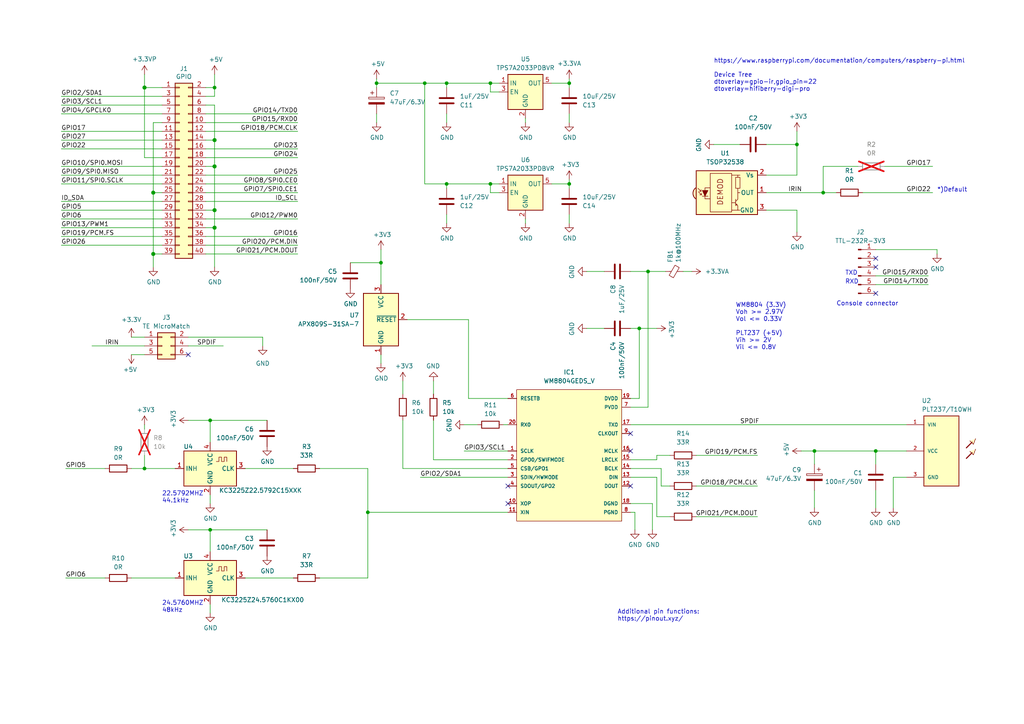
<source format=kicad_sch>
(kicad_sch (version 20231120) (generator "eeschema") (generator_version "8.0")
  (paper "A4")
  (title_block (title "RPI HAT S/PDIF and IR") (date "2024-12-29") (rev "V6"))
  (lib_symbols
    (symbol "+3.3V_1" (power) (pin_numbers hide) (pin_names (offset 0) hide)
      (property "Value" "+3.3V" (at 0 3.556 0))
      (symbol "+3.3V_1_1_1"
        (pin power_in line (at 0 0 90) (length 0) (name "~") (number "1"))
      )
    )
    (symbol "Connector:Conn_01x06_Pin" (pin_names (offset 1.016) hide)
      (property "Reference" "J" (at 0 7.62 0))
      (property "Value" "Conn_01x06_Pin" (at 0 -10.16 0))
      (symbol "Conn_01x06_Pin_1_1"
        (pin passive line (at 5.08 5.08 180) (length 3.81) (name "Pin_1") (number "1"))
        (pin passive line (at 5.08 2.54 180) (length 3.81) (name "Pin_2") (number "2"))
        (pin passive line (at 5.08 0 180) (length 3.81) (name "Pin_3") (number "3"))
        (pin passive line (at 5.08 -2.54 180) (length 3.81) (name "Pin_4") (number "4"))
        (pin passive line (at 5.08 -5.08 180) (length 3.81) (name "Pin_5") (number "5"))
        (pin passive line (at 5.08 -7.62 180) (length 3.81) (name "Pin_6") (number "6"))
      )
    )
    (symbol "Connector_Generic:Conn_02x03_Odd_Even" (pin_names (offset 1.016) hide)
      (property "Reference" "J" (at 1.27 5.08 0))
      (property "Value" "Conn_02x03_Odd_Even" (at 1.27 -5.08 0))
      (symbol "Conn_02x03_Odd_Even_1_1"
        (pin passive line (at -5.08 2.54 0) (length 3.81) (name "Pin_1") (number "1"))
        (pin passive line (at 7.62 2.54 180) (length 3.81) (name "Pin_2") (number "2"))
        (pin passive line (at -5.08 0 0) (length 3.81) (name "Pin_3") (number "3"))
        (pin passive line (at 7.62 0 180) (length 3.81) (name "Pin_4") (number "4"))
        (pin passive line (at -5.08 -2.54 0) (length 3.81) (name "Pin_5") (number "5"))
        (pin passive line (at 7.62 -2.54 180) (length 3.81) (name "Pin_6") (number "6"))
      )
    )
    (symbol "Connector_Generic:Conn_02x20_Odd_Even" (pin_names (offset 1.016) hide)
      (property "Reference" "J" (at 1.27 25.4 0))
      (property "Value" "Conn_02x20_Odd_Even" (at 1.27 -27.94 0))
      (symbol "Conn_02x20_Odd_Even_1_1"
        (pin passive line (at -5.08 22.86 0) (length 3.81) (name "Pin_1") (number "1"))
        (pin passive line (at 7.62 12.7 180) (length 3.81) (name "Pin_10") (number "10"))
        (pin passive line (at -5.08 10.16 0) (length 3.81) (name "Pin_11") (number "11"))
        (pin passive line (at 7.62 10.16 180) (length 3.81) (name "Pin_12") (number "12"))
        (pin passive line (at -5.08 7.62 0) (length 3.81) (name "Pin_13") (number "13"))
        (pin passive line (at 7.62 7.62 180) (length 3.81) (name "Pin_14") (number "14"))
        (pin passive line (at -5.08 5.08 0) (length 3.81) (name "Pin_15") (number "15"))
        (pin passive line (at 7.62 5.08 180) (length 3.81) (name "Pin_16") (number "16"))
        (pin passive line (at -5.08 2.54 0) (length 3.81) (name "Pin_17") (number "17"))
        (pin passive line (at 7.62 2.54 180) (length 3.81) (name "Pin_18") (number "18"))
        (pin passive line (at -5.08 0 0) (length 3.81) (name "Pin_19") (number "19"))
        (pin passive line (at 7.62 22.86 180) (length 3.81) (name "Pin_2") (number "2"))
        (pin passive line (at 7.62 0 180) (length 3.81) (name "Pin_20") (number "20"))
        (pin passive line (at -5.08 -2.54 0) (length 3.81) (name "Pin_21") (number "21"))
        (pin passive line (at 7.62 -2.54 180) (length 3.81) (name "Pin_22") (number "22"))
        (pin passive line (at -5.08 -5.08 0) (length 3.81) (name "Pin_23") (number "23"))
        (pin passive line (at 7.62 -5.08 180) (length 3.81) (name "Pin_24") (number "24"))
        (pin passive line (at -5.08 -7.62 0) (length 3.81) (name "Pin_25") (number "25"))
        (pin passive line (at 7.62 -7.62 180) (length 3.81) (name "Pin_26") (number "26"))
        (pin passive line (at -5.08 -10.16 0) (length 3.81) (name "Pin_27") (number "27"))
        (pin passive line (at 7.62 -10.16 180) (length 3.81) (name "Pin_28") (number "28"))
        (pin passive line (at -5.08 -12.7 0) (length 3.81) (name "Pin_29") (number "29"))
        (pin passive line (at -5.08 20.32 0) (length 3.81) (name "Pin_3") (number "3"))
        (pin passive line (at 7.62 -12.7 180) (length 3.81) (name "Pin_30") (number "30"))
        (pin passive line (at -5.08 -15.24 0) (length 3.81) (name "Pin_31") (number "31"))
        (pin passive line (at 7.62 -15.24 180) (length 3.81) (name "Pin_32") (number "32"))
        (pin passive line (at -5.08 -17.78 0) (length 3.81) (name "Pin_33") (number "33"))
        (pin passive line (at 7.62 -17.78 180) (length 3.81) (name "Pin_34") (number "34"))
        (pin passive line (at -5.08 -20.32 0) (length 3.81) (name "Pin_35") (number "35"))
        (pin passive line (at 7.62 -20.32 180) (length 3.81) (name "Pin_36") (number "36"))
        (pin passive line (at -5.08 -22.86 0) (length 3.81) (name "Pin_37") (number "37"))
        (pin passive line (at 7.62 -22.86 180) (length 3.81) (name "Pin_38") (number "38"))
        (pin passive line (at -5.08 -25.4 0) (length 3.81) (name "Pin_39") (number "39"))
        (pin passive line (at 7.62 20.32 180) (length 3.81) (name "Pin_4") (number "4"))
        (pin passive line (at 7.62 -25.4 180) (length 3.81) (name "Pin_40") (number "40"))
        (pin passive line (at -5.08 17.78 0) (length 3.81) (name "Pin_5") (number "5"))
        (pin passive line (at 7.62 17.78 180) (length 3.81) (name "Pin_6") (number "6"))
        (pin passive line (at -5.08 15.24 0) (length 3.81) (name "Pin_7") (number "7"))
        (pin passive line (at 7.62 15.24 180) (length 3.81) (name "Pin_8") (number "8"))
        (pin passive line (at -5.08 12.7 0) (length 3.81) (name "Pin_9") (number "9"))
      )
    )
    (symbol "Device:C" (pin_numbers hide) (pin_names (offset 0.254))
      (property "Reference" "C" (at 0.635 2.54 0))
      (property "Value" "C" (at 0.635 -2.54 0))
      (symbol "C_1_1"
        (pin passive line (at 0 3.81 270) (length 2.794) (name "~") (number "1"))
        (pin passive line (at 0 -3.81 90) (length 2.794) (name "~") (number "2"))
      )
    )
    (symbol "Device:C_Polarized" (pin_numbers hide) (pin_names (offset 0.254))
      (property "Reference" "C" (at 0.635 2.54 0))
      (property "Value" "C_Polarized" (at 0.635 -2.54 0))
      (symbol "C_Polarized_1_1"
        (pin passive line (at 0 3.81 270) (length 2.794) (name "~") (number "1"))
        (pin passive line (at 0 -3.81 90) (length 2.794) (name "~") (number "2"))
      )
    )
    (symbol "Device:R" (pin_numbers hide) (pin_names (offset 0))
      (property "Reference" "R" (at 2.032 0 90))
      (property "Value" "R" (at 0 0 90))
      (symbol "R_1_1"
        (pin passive line (at 0 3.81 270) (length 1.27) (name "~") (number "1"))
        (pin passive line (at 0 -3.81 90) (length 1.27) (name "~") (number "2"))
      )
    )
    (symbol "Interface_Optical:TSOP325xx" (pin_names (offset 1.016))
      (property "Reference" "U" (at -10.16 7.62 0))
      (property "Value" "TSOP325xx" (at -10.16 -7.62 0))
      (symbol "TSOP325xx_0_0"
        (text "DEMOD" (at -3.175 0.254 900) (effects (font (size 1.524 1.524))))
      )
      (symbol "TSOP325xx_1_1"
        (pin output line (at 10.16 0 180) (length 2.54) (name "OUT") (number "1"))
        (pin power_in line (at 10.16 5.08 180) (length 2.54) (name "Vs") (number "2"))
        (pin power_in line (at 10.16 -5.08 180) (length 2.54) (name "GND") (number "3"))
      )
    )
    (symbol "Oscillator:KC2520Z"
      (property "Reference" "U" (at 2.54 12.7 0))
      (property "Value" "KC2520Z" (at 6.35 10.16 0))
      (symbol "KC2520Z_1_1"
        (pin input line (at -10.16 0 0) (length 2.54) (name "INH") (number "1"))
        (pin power_in line (at 0 -7.62 90) (length 2.54) (name "GND") (number "2"))
        (pin output line (at 10.16 0 180) (length 2.54) (name "CLK") (number "3"))
        (pin power_in line (at 0 7.62 270) (length 2.54) (name "VCC") (number "4"))
      )
    )
    (symbol "Power_Supervisor:LM809"
      (property "Reference" "U" (at 2.54 12.7 0))
      (property "Value" "LM809" (at 5.08 10.16 0))
      (symbol "LM809_1_1"
        (pin power_in line (at 0 -10.16 90) (length 2.54) (name "GND") (number "1"))
        (pin output line (at 7.62 0 180) (length 2.54) (name "~{RESET}") (number "2"))
        (pin power_in line (at 0 10.16 270) (length 2.54) (name "VCC") (number "3"))
      )
    )
    (symbol "Regulator_Linear:TPS7A0533PDBV"
      (property "Reference" "U" (at -3.81 6.35 0))
      (property "Value" "TPS7A0533PDBV" (at 6.35 6.35 0))
      (symbol "TPS7A0533PDBV_0_1"
        (pin power_in line (at -7.62 2.54 0) (length 2.54) (name "IN") (number "1"))
        (pin power_in line (at 0 -7.62 90) (length 2.54) (name "GND") (number "2"))
        (pin input line (at -7.62 0 0) (length 2.54) (name "EN") (number "3"))
        (pin no_connect line (at 5.08 0 180) (length 2.54) hide (name "NC") (number "4"))
        (pin power_out line (at 7.62 2.54 180) (length 2.54) (name "OUT") (number "5"))
      )
    )
    (symbol "dac-rescue:Ferrite_Bead_Small-Device" (pin_numbers hide) (pin_names (offset 0))
      (property "Reference" "FB" (at 1.905 1.27 0))
      (property "Value" "Ferrite_Bead_Small-Device" (at 1.905 -1.27 0))
      (symbol "Ferrite_Bead_Small-Device_1_1"
        (pin passive line (at 0 2.54 270) (length 1.27) (name "~") (number "1"))
        (pin passive line (at 0 -2.54 90) (length 1.27) (name "~") (number "2"))
      )
    )
    (symbol "kicad-snk:PLT237/T10WH" (pin_names (offset 1.016))
      (property "Reference" "U" (at -5.08 11.4554 0))
      (property "Value" "PLT237/T10WH" (at -5.08 -12.7254 0))
      (symbol "PLT237/T10WH_1_0"
        (pin output line (at -10.16 7.62 0) (length 5.08) (name "VIN") (number "1"))
        (pin power_in line (at -10.16 0 0) (length 5.08) (name "VCC") (number "2"))
        (pin power_in line (at -10.16 -7.62 0) (length 5.08) (name "GND") (number "3"))
      )
    )
    (symbol "kicad-snk:WM8804GEDS_V" (pin_names (offset 1.016))
      (property "Reference" "IC" (at -15.24 13.97 0))
      (property "Value" "WM8804GEDS_V" (at -15.24 -27.94 0))
      (symbol "WM8804GEDS_V_0_0"
        (pin bidirectional line (at -17.78 -5.08 0) (length 2.54) (name "SCLK") (number "1"))
        (pin bidirectional line (at -17.78 -20.32 0) (length 2.54) (name "XOP") (number "10"))
        (pin bidirectional line (at -17.78 -22.86 0) (length 2.54) (name "XIN") (number "11"))
        (pin bidirectional line (at 17.78 -15.24 180) (length 2.54) (name "DOUT") (number "12"))
        (pin bidirectional line (at 17.78 -12.7 180) (length 2.54) (name "DIN") (number "13"))
        (pin bidirectional line (at 17.78 -10.16 180) (length 2.54) (name "BCLK") (number "14"))
        (pin bidirectional line (at 17.78 -7.62 180) (length 2.54) (name "LRCLK") (number "15"))
        (pin bidirectional line (at 17.78 -5.08 180) (length 2.54) (name "MCLK") (number "16"))
        (pin bidirectional line (at 17.78 2.54 180) (length 2.54) (name "TX0") (number "17"))
        (pin bidirectional line (at 17.78 -20.32 180) (length 2.54) (name "DGND") (number "18"))
        (pin bidirectional line (at 17.78 10.16 180) (length 2.54) (name "DVDD") (number "19"))
        (pin bidirectional line (at -17.78 -7.62 0) (length 2.54) (name "GPO0/SWIFMODE") (number "2"))
        (pin bidirectional line (at -17.78 2.54 0) (length 2.54) (name "RX0") (number "20"))
        (pin bidirectional line (at -17.78 -12.7 0) (length 2.54) (name "SDIN/HWMODE") (number "3"))
        (pin bidirectional line (at -17.78 -15.24 0) (length 2.54) (name "SDOUT/GPO2") (number "4"))
        (pin bidirectional line (at -17.78 -10.16 0) (length 2.54) (name "CSB/GPO1") (number "5"))
        (pin bidirectional line (at -17.78 10.16 0) (length 2.54) (name "RESETB") (number "6"))
        (pin bidirectional line (at 17.78 7.62 180) (length 2.54) (name "PVDD") (number "7"))
        (pin bidirectional line (at 17.78 -22.86 180) (length 2.54) (name "PGND") (number "8"))
        (pin bidirectional line (at 17.78 0 180) (length 2.54) (name "CLKOUT") (number "9"))
      )
    )
    (symbol "power:+3.3V" (power) (pin_names (offset 0))
      (property "Value" "+3.3V" (at 0 3.556 0))
      (symbol "+3.3V_1_1"
        (pin power_in line (at 0 0 90) (length 0) hide (name "+3V3") (number "1"))
      )
    )
    (symbol "power:+3.3VA" (power) (pin_names (offset 0))
      (property "Value" "+3.3VA" (at 0 3.556 0))
      (symbol "+3.3VA_1_1"
        (pin power_in line (at 0 0 90) (length 0) hide (name "+3.3VA") (number "1"))
      )
    )
    (symbol "power:+3.3VP" (power) (pin_names (offset 0))
      (property "Value" "+3.3VP" (at 0 2.54 0))
      (symbol "+3.3VP_0_0"
        (pin power_in line (at 0 0 90) (length 0) hide (name "+3.3VP") (number "1"))
      )
    )
    (symbol "power:+5V" (power) (pin_names (offset 0))
      (property "Value" "+5V" (at 0 3.556 0))
      (symbol "+5V_1_1"
        (pin power_in line (at 0 0 90) (length 0) hide (name "+5V") (number "1"))
      )
    )
    (symbol "power:GND" (power) (pin_names (offset 0))
      (property "Value" "GND" (at 0 -3.81 0))
      (symbol "GND_1_1"
        (pin power_in line (at 0 0 270) (length 0) hide (name "GND") (number "1"))
      )
    )
  )
  (junction (at 41.91 135.89))
  (junction (at 123.19 24.13))
  (junction (at 185.42 95.25))
  (junction (at 62.23 60.96) (diameter 1.016))
  (junction (at 41.91 25.4) (diameter 1.016))
  (junction (at 62.23 66.04) (diameter 1.016))
  (junction (at 187.96 78.74))
  (junction (at 142.24 53.34))
  (junction (at 165.1 24.13))
  (junction (at 254 130.81))
  (junction (at 44.45 55.88) (diameter 1.016))
  (junction (at 109.22 24.13))
  (junction (at 129.54 53.34))
  (junction (at 142.24 24.13))
  (junction (at 62.23 48.26) (diameter 1.016))
  (junction (at 62.23 25.4))
  (junction (at 106.68 148.59))
  (junction (at 62.23 40.64) (diameter 1.016))
  (junction (at 129.54 24.13))
  (junction (at 238.76 55.88))
  (junction (at 60.96 121.92))
  (junction (at 60.96 153.67))
  (junction (at 231.14 41.91))
  (junction (at 44.45 73.66) (diameter 1.016))
  (junction (at 165.1 53.34))
  (junction (at 110.49 76.2))
  (junction (at 236.22 130.81))
  (no_connect (at 54.61 102.87))
  (no_connect (at 182.88 130.81))
  (no_connect (at 182.88 125.73))
  (no_connect (at 147.32 140.97))
  (no_connect (at 254 74.93))
  (no_connect (at 254 77.47))
  (no_connect (at 254 85.09))
  (no_connect (at 147.32 146.05))
  (no_connect (at 182.88 140.97))
  (wire (pts (xy 135.89 92.71) (xy 135.89 115.57)))
  (wire (pts (xy 44.45 55.88) (xy 44.45 73.66)))
  (wire (pts (xy 59.69 55.88) (xy 86.36 55.88)))
  (wire (pts (xy 165.1 24.13) (xy 160.02 24.13)))
  (wire (pts (xy 46.99 38.1) (xy 17.78 38.1)))
  (wire (pts (xy 238.76 55.88) (xy 242.57 55.88)))
  (wire (pts (xy 160.02 53.34) (xy 165.1 53.34)))
  (wire (pts (xy 92.71 167.64) (xy 106.68 167.64)))
  (wire (pts (xy 62.23 30.48) (xy 62.23 40.64)))
  (wire (pts (xy 62.23 27.94) (xy 62.23 25.4)))
  (wire (pts (xy 62.23 48.26) (xy 59.69 48.26)))
  (wire (pts (xy 182.88 123.19) (xy 262.89 123.19)))
  (wire (pts (xy 170.18 78.74) (xy 175.26 78.74)))
  (wire (pts (xy 54.61 97.79) (xy 76.2 97.79)))
  (wire (pts (xy 250.19 55.88) (xy 270.51 55.88)))
  (wire (pts (xy 62.23 60.96) (xy 62.23 66.04)))
  (wire (pts (xy 118.11 92.71) (xy 135.89 92.71)))
  (wire (pts (xy 121.92 138.43) (xy 147.32 138.43)))
  (wire (pts (xy 201.93 140.97) (xy 219.71 140.97)))
  (wire (pts (xy 248.92 48.26) (xy 238.76 48.26)))
  (wire (pts (xy 142.24 53.34) (xy 144.78 53.34)))
  (wire (pts (xy 71.12 135.89) (xy 85.09 135.89)))
  (wire (pts (xy 92.71 135.89) (xy 106.68 135.89)))
  (wire (pts (xy 62.23 48.26) (xy 62.23 60.96)))
  (wire (pts (xy 59.69 33.02) (xy 86.36 33.02)))
  (wire (pts (xy 231.14 60.96) (xy 222.25 60.96)))
  (wire (pts (xy 110.49 102.87) (xy 110.49 105.41)))
  (wire (pts (xy 44.45 35.56) (xy 44.45 55.88)))
  (wire (pts (xy 165.1 62.23) (xy 165.1 64.77)))
  (wire (pts (xy 44.45 35.56) (xy 46.99 35.56)))
  (wire (pts (xy 254 142.24) (xy 254 147.32)))
  (wire (pts (xy 59.69 53.34) (xy 86.36 53.34)))
  (wire (pts (xy 46.99 58.42) (xy 17.78 58.42)))
  (wire (pts (xy 109.22 24.13) (xy 123.19 24.13)))
  (wire (pts (xy 231.14 38.1) (xy 231.14 41.91)))
  (wire (pts (xy 17.78 60.96) (xy 46.99 60.96)))
  (wire (pts (xy 60.96 121.92) (xy 77.47 121.92)))
  (wire (pts (xy 152.4 34.29) (xy 152.4 35.56)))
  (wire (pts (xy 109.22 24.13) (xy 109.22 25.4)))
  (wire (pts (xy 187.96 118.11) (xy 187.96 78.74)))
  (wire (pts (xy 222.25 55.88) (xy 238.76 55.88)))
  (wire (pts (xy 59.69 27.94) (xy 62.23 27.94)))
  (wire (pts (xy 182.88 115.57) (xy 185.42 115.57)))
  (wire (pts (xy 182.88 148.59) (xy 184.15 148.59)))
  (wire (pts (xy 44.45 55.88) (xy 46.99 55.88)))
  (wire (pts (xy 116.84 121.92) (xy 116.84 135.89)))
  (wire (pts (xy 59.69 43.18) (xy 86.36 43.18)))
  (wire (pts (xy 106.68 135.89) (xy 106.68 148.59)))
  (wire (pts (xy 134.62 130.81) (xy 147.32 130.81)))
  (wire (pts (xy 116.84 110.49) (xy 116.84 114.3)))
  (wire (pts (xy 76.2 97.79) (xy 76.2 100.33)))
  (wire (pts (xy 59.69 73.66) (xy 86.36 73.66)))
  (wire (pts (xy 44.45 73.66) (xy 44.45 77.47)))
  (wire (pts (xy 17.78 40.64) (xy 46.99 40.64)))
  (wire (pts (xy 41.91 21.59) (xy 41.91 25.4)))
  (wire (pts (xy 110.49 72.39) (xy 110.49 76.2)))
  (wire (pts (xy 185.42 95.25) (xy 190.5 95.25)))
  (wire (pts (xy 271.78 72.39) (xy 254 72.39)))
  (wire (pts (xy 165.1 25.4) (xy 165.1 24.13)))
  (wire (pts (xy 62.23 66.04) (xy 59.69 66.04)))
  (wire (pts (xy 198.12 78.74) (xy 200.66 78.74)))
  (wire (pts (xy 17.78 30.48) (xy 46.99 30.48)))
  (wire (pts (xy 54.61 121.92) (xy 60.96 121.92)))
  (wire (pts (xy 60.96 153.67) (xy 77.47 153.67)))
  (wire (pts (xy 185.42 115.57) (xy 185.42 95.25)))
  (wire (pts (xy 187.96 78.74) (xy 182.88 78.74)))
  (wire (pts (xy 17.78 53.34) (xy 46.99 53.34)))
  (wire (pts (xy 259.08 147.32) (xy 259.08 138.43)))
  (wire (pts (xy 182.88 146.05) (xy 189.23 146.05)))
  (wire (pts (xy 71.12 167.64) (xy 85.09 167.64)))
  (wire (pts (xy 41.91 45.72) (xy 46.99 45.72)))
  (wire (pts (xy 123.19 53.34) (xy 129.54 53.34)))
  (wire (pts (xy 144.78 26.67) (xy 142.24 26.67)))
  (wire (pts (xy 54.61 100.33) (xy 64.77 100.33)))
  (wire (pts (xy 46.99 27.94) (xy 17.78 27.94)))
  (wire (pts (xy 201.93 149.86) (xy 219.71 149.86)))
  (wire (pts (xy 142.24 24.13) (xy 144.78 24.13)))
  (wire (pts (xy 165.1 33.02) (xy 165.1 35.56)))
  (wire (pts (xy 129.54 62.23) (xy 129.54 64.77)))
  (wire (pts (xy 123.19 24.13) (xy 123.19 53.34)))
  (wire (pts (xy 62.23 40.64) (xy 62.23 48.26)))
  (wire (pts (xy 59.69 38.1) (xy 86.36 38.1)))
  (wire (pts (xy 106.68 167.64) (xy 106.68 148.59)))
  (wire (pts (xy 231.14 67.31) (xy 231.14 60.96)))
  (wire (pts (xy 62.23 40.64) (xy 59.69 40.64)))
  (wire (pts (xy 62.23 25.4) (xy 62.23 21.59)))
  (wire (pts (xy 222.25 41.91) (xy 231.14 41.91)))
  (wire (pts (xy 190.5 133.35) (xy 190.5 132.08)))
  (wire (pts (xy 60.96 121.92) (xy 60.96 128.27)))
  (wire (pts (xy 125.73 121.92) (xy 125.73 133.35)))
  (wire (pts (xy 146.05 123.19) (xy 147.32 123.19)))
  (wire (pts (xy 201.93 132.08) (xy 219.71 132.08)))
  (wire (pts (xy 17.78 33.02) (xy 46.99 33.02)))
  (wire (pts (xy 38.1 97.79) (xy 41.91 97.79)))
  (wire (pts (xy 41.91 25.4) (xy 41.91 45.72)))
  (wire (pts (xy 142.24 55.88) (xy 142.24 53.34)))
  (wire (pts (xy 60.96 175.26) (xy 60.96 177.8)))
  (wire (pts (xy 238.76 48.26) (xy 238.76 55.88)))
  (wire (pts (xy 59.69 45.72) (xy 86.36 45.72)))
  (wire (pts (xy 185.42 95.25) (xy 182.88 95.25)))
  (wire (pts (xy 59.69 35.56) (xy 86.36 35.56)))
  (wire (pts (xy 170.18 95.25) (xy 175.26 95.25)))
  (wire (pts (xy 19.05 167.64) (xy 30.48 167.64)))
  (wire (pts (xy 190.5 132.08) (xy 194.31 132.08)))
  (wire (pts (xy 59.69 25.4) (xy 62.23 25.4)))
  (wire (pts (xy 38.1 102.87) (xy 41.91 102.87)))
  (wire (pts (xy 189.23 146.05) (xy 189.23 153.67)))
  (wire (pts (xy 135.89 115.57) (xy 147.32 115.57)))
  (wire (pts (xy 17.78 43.18) (xy 46.99 43.18)))
  (wire (pts (xy 41.91 123.19) (xy 41.91 124.46)))
  (wire (pts (xy 17.78 50.8) (xy 46.99 50.8)))
  (wire (pts (xy 109.22 22.86) (xy 109.22 24.13)))
  (wire (pts (xy 190.5 138.43) (xy 182.88 138.43)))
  (wire (pts (xy 129.54 33.02) (xy 129.54 35.56)))
  (wire (pts (xy 26.67 100.33) (xy 41.91 100.33)))
  (wire (pts (xy 129.54 24.13) (xy 142.24 24.13)))
  (wire (pts (xy 19.05 135.89) (xy 30.48 135.89)))
  (wire (pts (xy 134.62 123.19) (xy 138.43 123.19)))
  (wire (pts (xy 60.96 143.51) (xy 60.96 146.05)))
  (wire (pts (xy 125.73 133.35) (xy 147.32 133.35)))
  (wire (pts (xy 144.78 55.88) (xy 142.24 55.88)))
  (wire (pts (xy 125.73 110.49) (xy 125.73 114.3)))
  (wire (pts (xy 254 82.55) (xy 269.24 82.55)))
  (wire (pts (xy 17.78 63.5) (xy 46.99 63.5)))
  (wire (pts (xy 165.1 52.07) (xy 165.1 53.34)))
  (wire (pts (xy 254 80.01) (xy 269.24 80.01)))
  (wire (pts (xy 60.96 153.67) (xy 60.96 160.02)))
  (wire (pts (xy 207.01 41.91) (xy 214.63 41.91)))
  (wire (pts (xy 17.78 68.58) (xy 46.99 68.58)))
  (wire (pts (xy 116.84 135.89) (xy 147.32 135.89)))
  (wire (pts (xy 59.69 68.58) (xy 86.36 68.58)))
  (wire (pts (xy 190.5 149.86) (xy 190.5 138.43)))
  (wire (pts (xy 110.49 76.2) (xy 110.49 82.55)))
  (wire (pts (xy 59.69 63.5) (xy 86.36 63.5)))
  (wire (pts (xy 41.91 135.89) (xy 50.8 135.89)))
  (wire (pts (xy 44.45 73.66) (xy 46.99 73.66)))
  (wire (pts (xy 236.22 142.24) (xy 236.22 147.32)))
  (wire (pts (xy 191.77 135.89) (xy 182.88 135.89)))
  (wire (pts (xy 59.69 71.12) (xy 86.36 71.12)))
  (wire (pts (xy 222.25 50.8) (xy 231.14 50.8)))
  (wire (pts (xy 165.1 22.86) (xy 165.1 24.13)))
  (wire (pts (xy 62.23 30.48) (xy 59.69 30.48)))
  (wire (pts (xy 17.78 71.12) (xy 46.99 71.12)))
  (wire (pts (xy 123.19 24.13) (xy 129.54 24.13)))
  (wire (pts (xy 38.1 167.64) (xy 50.8 167.64)))
  (wire (pts (xy 231.14 41.91) (xy 231.14 50.8)))
  (wire (pts (xy 106.68 148.59) (xy 147.32 148.59)))
  (wire (pts (xy 236.22 130.81) (xy 254 130.81)))
  (wire (pts (xy 184.15 153.67) (xy 184.15 148.59)))
  (wire (pts (xy 182.88 118.11) (xy 187.96 118.11)))
  (wire (pts (xy 194.31 140.97) (xy 191.77 140.97)))
  (wire (pts (xy 271.78 73.66) (xy 271.78 72.39)))
  (wire (pts (xy 129.54 53.34) (xy 142.24 53.34)))
  (wire (pts (xy 236.22 134.62) (xy 236.22 130.81)))
  (wire (pts (xy 254 130.81) (xy 262.89 130.81)))
  (wire (pts (xy 129.54 53.34) (xy 129.54 54.61)))
  (wire (pts (xy 142.24 26.67) (xy 142.24 24.13)))
  (wire (pts (xy 109.22 33.02) (xy 109.22 35.56)))
  (wire (pts (xy 256.54 48.26) (xy 270.51 48.26)))
  (wire (pts (xy 62.23 66.04) (xy 62.23 77.47)))
  (wire (pts (xy 194.31 149.86) (xy 190.5 149.86)))
  (wire (pts (xy 59.69 50.8) (xy 86.36 50.8)))
  (wire (pts (xy 46.99 66.04) (xy 17.78 66.04)))
  (wire (pts (xy 182.88 133.35) (xy 190.5 133.35)))
  (wire (pts (xy 165.1 53.34) (xy 165.1 54.61)))
  (wire (pts (xy 101.6 76.2) (xy 110.49 76.2)))
  (wire (pts (xy 129.54 24.13) (xy 129.54 25.4)))
  (wire (pts (xy 62.23 60.96) (xy 59.69 60.96)))
  (wire (pts (xy 254 130.81) (xy 254 134.62)))
  (wire (pts (xy 259.08 138.43) (xy 262.89 138.43)))
  (wire (pts (xy 41.91 25.4) (xy 46.99 25.4)))
  (wire (pts (xy 191.77 140.97) (xy 191.77 135.89)))
  (wire (pts (xy 38.1 135.89) (xy 41.91 135.89)))
  (wire (pts (xy 41.91 132.08) (xy 41.91 135.89)))
  (wire (pts (xy 187.96 78.74) (xy 193.04 78.74)))
  (wire (pts (xy 54.61 153.67) (xy 60.96 153.67)))
  (wire (pts (xy 152.4 63.5) (xy 152.4 64.77)))
  (wire (pts (xy 46.99 48.26) (xy 17.78 48.26)))
  (wire (pts (xy 59.69 58.42) (xy 86.36 58.42)))
  (wire (pts (xy 232.41 130.81) (xy 236.22 130.81)))
  (text "24.5760MHZ\n48kHz" (at 46.99 177.8 0) (effects (font (size 1.27 1.27)) (justify left bottom)))
  (text "TXD" (at 245.11 80.01 0) (effects (font (size 1.27 1.27)) (justify left bottom)))
  (text "Console connector" (at 242.57 88.9 0) (effects (font (size 1.27 1.27)) (justify left bottom)))
  (text "https://www.raspberrypi.com/documentation/computers/raspberry-pi.html\n\nDevice Tree\ndtoverlay=gpio-ir,gpio_pin=22\ndtoverlay=hifiberry-digi-pro" (at 207.01 26.67 0) (effects (font (size 1.27 1.27)) (justify left bottom)))
  (text "WM8804 (3.3V)\nVoh >= 2.97V\nVol <= 0.33V\n\nPLT237 (+5V)\nVih >= 2V\nVil <= 0.8V" (at 213.36 101.6 0) (effects (font (size 1.27 1.27)) (justify left bottom)))
  (text "22.5792MHZ\n44.1kHz" (at 46.99 146.05 0) (effects (font (size 1.27 1.27)) (justify left bottom)))
  (text "RXD" (at 245.11 82.55 0) (effects (font (size 1.27 1.27)) (justify left bottom)))
  (text "*)Default" (at 271.78 55.88 0) (effects (font (size 1.27 1.27)) (justify left bottom)))
  (text "Additional pin functions:\nhttps://pinout.xyz/" (at 179.07 180.34 0) (effects (font (size 1.27 1.27)) (justify left bottom)))
  (label "ID_SDA" (at 17.78 58.42 0))
  (label "GPIO6" (at 17.78 63.5 0))
  (label "GPIO22" (at 262.89 55.88 0))
  (label "GPIO18{slash}PCM.CLK" (at 219.71 140.97 180))
  (label "ID_SCL" (at 86.36 58.42 180))
  (label "GPIO5" (at 17.78 60.96 0))
  (label "GPIO21{slash}PCM.DOUT" (at 86.36 73.66 180))
  (label "GPIO19{slash}PCM.FS" (at 17.78 68.58 0))
  (label "GPIO10{slash}SPI0.MOSI" (at 17.78 48.26 0))
  (label "GPIO9{slash}SPI0.MISO" (at 17.78 50.8 0))
  (label "GPIO23" (at 86.36 43.18 180))
  (label "GPIO15{slash}RXD0" (at 269.24 80.01 180))
  (label "GPIO5" (at 19.05 135.89 0))
  (label "GPIO19{slash}PCM.FS" (at 219.71 132.08 180))
  (label "GPIO6" (at 19.05 167.64 0))
  (label "GPIO4{slash}GPCLK0" (at 17.78 33.02 0))
  (label "GPIO27" (at 17.78 40.64 0))
  (label "GPIO26" (at 17.78 71.12 0))
  (label "GPIO14{slash}TXD0" (at 86.36 33.02 180))
  (label "GPIO8{slash}SPI0.CE0" (at 86.36 53.34 180))
  (label "GPIO15{slash}RXD0" (at 86.36 35.56 180))
  (label "GPIO14{slash}TXD0" (at 269.24 82.55 180))
  (label "GPIO16" (at 86.36 68.58 180))
  (label "GPIO2{slash}SDA1" (at 121.92 138.43 0))
  (label "GPIO22" (at 17.78 43.18 0))
  (label "GPIO21{slash}PCM.DOUT" (at 219.71 149.86 180))
  (label "GPIO2{slash}SDA1" (at 17.78 27.94 0))
  (label "GPIO17" (at 17.78 38.1 0))
  (label "GPIO25" (at 86.36 50.8 180))
  (label "GPIO3{slash}SCL1" (at 17.78 30.48 0))
  (label "GPIO18{slash}PCM.CLK" (at 86.36 38.1 180))
  (label "GPIO12{slash}PWM0" (at 86.36 63.5 180))
  (label "GPIO13{slash}PWM1" (at 17.78 66.04 0))
  (label "GPIO3{slash}SCL1" (at 134.62 130.81 0))
  (label "GPIO20{slash}PCM.DIN" (at 86.36 71.12 180))
  (label "GPIO24" (at 86.36 45.72 180))
  (label "GPIO17" (at 262.89 48.26 0))
  (label "GPIO7{slash}SPI0.CE1" (at 86.36 55.88 180))
  (label "SPDIF" (at 57.15 100.33 0))
  (label "IRIN" (at 30.48 100.33 0))
  (label "IRIN" (at 228.6 55.88 0))
  (label "GPIO11{slash}SPI0.SCLK" (at 17.78 53.34 0))
  (label "SPDIF" (at 214.63 123.19 0))
  (symbol (lib_id "power:+5V") (at 62.23 21.59 0) (unit 1)
    (property "Reference" "#PWR01" (effects (hide yes)))
    (property "Value" "+5V" (at 62.5983 17.2656 0))
  )
  (symbol (lib_id "power:GND") (at 62.23 77.47 0) (unit 1)
    (property "Reference" "#PWR02" (effects (hide yes)))
    (property "Value" "GND" (at 62.3443 81.7944 0))
  )
  (symbol (lib_id "power:GND") (at 44.45 77.47 0) (unit 1)
    (property "Reference" "#PWR03" (effects (hide yes)))
    (property "Value" "GND" (at 44.5643 81.7944 0))
  )
  (symbol (lib_id "Connector_Generic:Conn_02x20_Odd_Even") (at 52.07 48.26 0) (unit 1)
    (property "Reference" "J1" (at 53.34 19.9198 0))
    (property "Value" "GPIO" (at 53.34 22.225 0))
    (property "Footprint" "Connector_PinSocket_2.54mm:PinSocket_2x20_P2.54mm_Vertical" (effects (hide yes)))
  )
  (symbol (lib_id "power:GND") (at 76.2 100.33 0) (unit 1)
    (property "Reference" "#PWR043" (effects (hide yes)))
    (property "Value" "GND" (at 76.2 105.41 0))
    (property "Description" "Power symbol creates a global label with name \"GND\" , ground" (effects (hide yes)))
  )
  (symbol (lib_name "+3.3V_1") (lib_id "power:+3.3V") (at 38.1 97.79 0) (unit 1)
    (property "Reference" "#PWR042" (effects (hide yes)))
    (property "Value" "+3.3V" (at 38.1 92.71 0))
    (property "Description" "Power symbol creates a global label with name \"+3.3V\"" (effects (hide yes)))
  )
  (symbol (lib_id "power:+3.3V") (at 190.5 95.25 270) (unit 1)
    (property "Reference" "#PWR018" (effects (hide yes)))
    (property "Value" "+3V3" (at 194.8244 95.6183 0))
  )
  (symbol (lib_id "Device:C_Polarized") (at 109.22 29.21 0) (unit 1)
    (property "Reference" "C7" (at 113.03 27.051 0) (effects (justify left)))
    (property "Value" "47uF/6.3V" (at 113.03 29.591 0) (effects (justify left)))
    (property "Footprint" "Capacitor_SMD:C_1206_3216Metric_Pad1.33x1.80mm_HandSolder" (effects (hide yes)))
  )
  (symbol (lib_id "power:+3.3VA") (at 165.1 22.86 0) (unit 1)
    (property "Reference" "#PWR039" (effects (hide yes)))
    (property "Value" "+3.3VA" (at 165.1 18.415 0))
  )
  (symbol (lib_id "power:+3.3V") (at 231.14 38.1 0) (unit 1)
    (property "Reference" "#PWR06" (effects (hide yes)))
    (property "Value" "+3V3" (at 231.5083 33.7756 0))
  )
  (symbol (lib_id "power:GND") (at 165.1 64.77 0) (unit 1)
    (property "Reference" "#PWR033" (effects (hide yes)))
    (property "Value" "GND" (at 165.2143 69.0944 0))
  )
  (symbol (lib_id "power:GND") (at 165.1 35.56 0) (unit 1)
    (property "Reference" "#PWR036" (effects (hide yes)))
    (property "Value" "GND" (at 165.2143 39.8844 0))
  )
  (symbol (lib_id "power:GND") (at 109.22 35.56 0) (unit 1)
    (property "Reference" "#PWR037" (effects (hide yes)))
    (property "Value" "GND" (at 109.3343 39.8844 0))
  )
  (symbol (lib_id "power:GND") (at 129.54 35.56 0) (unit 1)
    (property "Reference" "#PWR034" (effects (hide yes)))
    (property "Value" "GND" (at 129.6543 39.8844 0))
  )
  (symbol (lib_id "Power_Supervisor:LM809") (at 110.49 92.71 0) (unit 1)
    (property "Reference" "U7" (at 104.14 91.44 0) (effects (justify right)))
    (property "Value" "APX809S-31SA-7" (at 104.14 93.98 0) (effects (justify right)))
    (property "Footprint" "Package_TO_SOT_SMD:SOT-23" (effects (hide yes)))
    (property "Datasheet" "http://www.ti.com/lit/ds/symlink/lm809.pdf" (effects (hide yes)))
  )
  (symbol (lib_id "Device:R") (at 41.91 128.27 180) (unit 1) (dnp yes)
    (property "Reference" "R8" (at 44.45 127 0) (effects (justify right)))
    (property "Value" "10k" (at 44.45 129.54 0) (effects (justify right)))
    (property "Footprint" "Resistor_SMD:R_0603_1608Metric_Pad0.98x0.95mm_HandSolder" (effects (hide yes)))
  )
  (symbol (lib_id "power:+5V") (at 232.41 130.81 90) (unit 1)
    (property "Reference" "#PWR010" (effects (hide yes)))
    (property "Value" "+5V" (at 228.0856 130.4417 0))
  )
  (symbol (lib_id "Interface_Optical:TSOP325xx") (at 212.09 55.88 0) (unit 1)
    (property "Reference" "U1" (at 210.355 44.45 0))
    (property "Value" "TSOP32538" (at 210.355 46.99 0))
    (property "Footprint" "OptoDevice:Vishay_MOLD-3Pin" (effects (hide yes)))
    (property "Datasheet" "http://www.vishay.com/docs/82490/tsop321.pdf" (effects (hide yes)))
  )
  (symbol (lib_id "power:GND") (at 77.47 129.54 0) (unit 1)
    (property "Reference" "#PWR011" (effects (hide yes)))
    (property "Value" "GND" (at 77.5843 133.8644 0))
  )
  (symbol (lib_id "power:GND") (at 152.4 35.56 0) (unit 1)
    (property "Reference" "#PWR035" (effects (hide yes)))
    (property "Value" "GND" (at 152.5143 39.8844 0))
  )
  (symbol (lib_id "power:+3.3V") (at 110.49 72.39 0) (unit 1)
    (property "Reference" "#PWR014" (effects (hide yes)))
    (property "Value" "+3V3" (at 110.8583 68.0656 0))
  )
  (symbol (lib_id "power:GND") (at 236.22 147.32 0) (unit 1)
    (property "Reference" "#PWR030" (effects (hide yes)))
    (property "Value" "GND" (at 236.3343 151.6444 0))
  )
  (symbol (lib_id "Device:C") (at 77.47 125.73 0) (mirror y) (unit 1)
    (property "Reference" "C6" (at 73.66 124.46 0) (effects (justify left)))
    (property "Value" "100nF/50V" (at 73.66 127 0) (effects (justify left)))
    (property "Footprint" "Capacitor_SMD:C_0603_1608Metric" (effects (hide yes)))
  )
  (symbol (lib_id "Device:C") (at 77.47 157.48 0) (mirror y) (unit 1)
    (property "Reference" "C3" (at 73.66 156.21 0) (effects (justify left)))
    (property "Value" "100nF/50V" (at 73.66 158.75 0) (effects (justify left)))
    (property "Footprint" "Capacitor_SMD:C_0603_1608Metric" (effects (hide yes)))
  )
  (symbol (lib_id "Device:R") (at 198.12 132.08 270) (unit 1)
    (property "Reference" "R14" (at 198.12 125.73 90))
    (property "Value" "33R" (at 198.12 128.27 90))
    (property "Footprint" "Resistor_SMD:R_0603_1608Metric_Pad0.98x0.95mm_HandSolder" (effects (hide yes)))
  )
  (symbol (lib_id "power:GND") (at 184.15 153.67 0) (unit 1)
    (property "Reference" "#PWR021" (effects (hide yes)))
    (property "Value" "GND" (at 184.2643 157.9944 0))
  )
  (symbol (lib_id "Device:R") (at 198.12 149.86 270) (unit 1)
    (property "Reference" "R12" (at 198.12 143.51 90))
    (property "Value" "33R" (at 198.12 146.05 90))
    (property "Footprint" "Resistor_SMD:R_0603_1608Metric_Pad0.98x0.95mm_HandSolder" (effects (hide yes)))
  )
  (symbol (lib_id "Device:C") (at 254 138.43 0) (mirror y) (unit 1)
    (property "Reference" "C1" (at 250.19 137.16 0) (effects (justify left)))
    (property "Value" "100nF/50V" (at 250.19 139.7 0) (effects (justify left)))
    (property "Footprint" "Capacitor_SMD:C_0603_1608Metric_Pad1.08x0.95mm_HandSolder" (effects (hide yes)))
  )
  (symbol (lib_id "power:GND") (at 129.54 64.77 0) (unit 1)
    (property "Reference" "#PWR032" (effects (hide yes)))
    (property "Value" "GND" (at 129.6543 69.0944 0))
  )
  (symbol (lib_id "Device:C_Polarized") (at 236.22 138.43 0) (mirror y) (unit 1)
    (property "Reference" "C9" (at 232.41 136.271 0) (effects (justify left)))
    (property "Value" "47uF/6.3V" (at 232.41 138.811 0) (effects (justify left)))
    (property "Footprint" "Capacitor_SMD:C_1206_3216Metric_Pad1.33x1.80mm_HandSolder" (effects (hide yes)))
  )
  (symbol (lib_id "power:GND") (at 152.4 64.77 0) (unit 1)
    (property "Reference" "#PWR031" (effects (hide yes)))
    (property "Value" "GND" (at 152.5143 69.0944 0))
  )
  (symbol (lib_id "power:+3.3V") (at 41.91 123.19 0) (unit 1)
    (property "Reference" "#PWR026" (effects (hide yes)))
    (property "Value" "+3V3" (at 42.2783 118.8656 0))
  )
  (symbol (lib_id "power:GND") (at 101.6 83.82 0) (unit 1)
    (property "Reference" "#PWR027" (effects (hide yes)))
    (property "Value" "GND" (at 101.7143 88.1444 0))
  )
  (symbol (lib_id "power:+3.3VA") (at 200.66 78.74 270) (unit 1)
    (property "Reference" "#PWR040" (effects (hide yes)))
    (property "Value" "+3.3VA" (at 204.47 78.74 90) (effects (justify left)))
  )
  (symbol (lib_id "Device:R") (at 88.9 167.64 270) (unit 1)
    (property "Reference" "R7" (at 88.9 161.29 90))
    (property "Value" "33R" (at 88.9 163.83 90))
    (property "Footprint" "Resistor_SMD:R_0603_1608Metric_Pad0.98x0.95mm_HandSolder" (effects (hide yes)))
  )
  (symbol (lib_id "power:GND") (at 77.47 161.29 0) (unit 1)
    (property "Reference" "#PWR012" (effects (hide yes)))
    (property "Value" "GND" (at 77.5843 165.6144 0))
  )
  (symbol (lib_id "power:+3.3V") (at 54.61 121.92 90) (unit 1)
    (property "Reference" "#PWR023" (effects (hide yes)))
    (property "Value" "+3V3" (at 50.2856 121.5517 0))
  )
  (symbol (lib_id "power:+3.3V") (at 165.1 52.07 0) (unit 1)
    (property "Reference" "#PWR017" (effects (hide yes)))
    (property "Value" "+3V3" (at 165.4683 47.7456 0))
  )
  (symbol (lib_id "power:+3.3VP") (at 41.91 21.59 0) (unit 1)
    (property "Reference" "#PWR041" (effects (hide yes)))
    (property "Value" "+3.3VP" (at 41.91 17.145 0))
  )
  (symbol (lib_id "power:GND") (at 110.49 105.41 0) (unit 1)
    (property "Reference" "#PWR04" (effects (hide yes)))
    (property "Value" "GND" (at 110.6043 109.7344 0))
  )
  (symbol (lib_id "Oscillator:KC2520Z") (at 60.96 135.89 0) (unit 1)
    (property "Reference" "U4" (at 54.61 129.54 0))
    (property "Value" "KC3225Z22.5792C15XXK" (at 75.565 142.24 0))
    (property "Footprint" "Crystal:Crystal_SMD_3225-4Pin_3.2x2.5mm_HandSoldering" (effects (hide yes)))
    (property "Datasheet" "https://global.kyocera.com/prdct/electro/product/pdf/clock_z_xz_e.pdf" (effects (hide yes)))
  )
  (symbol (lib_id "Device:C") (at 129.54 58.42 0) (mirror x) (unit 1)
    (property "Reference" "C12" (at 133.35 59.69 0) (effects (justify left)))
    (property "Value" "1uF/25V" (at 133.35 57.15 0) (effects (justify left)))
    (property "Footprint" "Capacitor_SMD:C_0603_1608Metric_Pad1.08x0.95mm_HandSolder" (effects (hide yes)))
  )
  (symbol (lib_id "Device:C") (at 179.07 95.25 90) (mirror x) (unit 1)
    (property "Reference" "C4" (at 177.8 99.06 0) (effects (justify left)))
    (property "Value" "100nF/50V" (at 180.34 99.06 0) (effects (justify left)))
    (property "Footprint" "Capacitor_SMD:C_0603_1608Metric_Pad1.08x0.95mm_HandSolder" (effects (hide yes)))
  )
  (symbol (lib_id "power:+3.3V") (at 116.84 110.49 0) (unit 1)
    (property "Reference" "#PWR015" (effects (hide yes)))
    (property "Value" "+3V3" (at 117.2083 106.1656 0))
  )
  (symbol (lib_id "Oscillator:KC2520Z") (at 60.96 167.64 0) (unit 1)
    (property "Reference" "U3" (at 54.61 161.29 0))
    (property "Value" "KC3225Z24.5760C1KX00" (at 76.2 173.99 0))
    (property "Footprint" "Crystal:Crystal_SMD_3225-4Pin_3.2x2.5mm_HandSoldering" (effects (hide yes)))
    (property "Datasheet" "https://global.kyocera.com/prdct/electro/product/pdf/clock_z_xz_e.pdf" (effects (hide yes)))
  )
  (symbol (lib_id "Device:R") (at 198.12 140.97 270) (unit 1)
    (property "Reference" "R13" (at 198.12 134.62 90))
    (property "Value" "33R" (at 198.12 137.16 90))
    (property "Footprint" "Resistor_SMD:R_0603_1608Metric_Pad0.98x0.95mm_HandSolder" (effects (hide yes)))
  )
  (symbol (lib_id "power:+5V") (at 38.1 102.87 180) (unit 1)
    (property "Reference" "#PWR044" (effects (hide yes)))
    (property "Value" "+5V" (at 37.7317 107.1944 0))
  )
  (symbol (lib_id "power:GND") (at 60.96 146.05 0) (unit 1)
    (property "Reference" "#PWR024" (effects (hide yes)))
    (property "Value" "GND" (at 61.0743 150.3744 0))
  )
  (symbol (lib_id "power:GND") (at 134.62 123.19 270) (unit 1)
    (property "Reference" "#PWR029" (effects (hide yes)))
    (property "Value" "GND" (at 130.2956 123.3043 0))
  )
  (symbol (lib_id "kicad-snk:WM8804GEDS_V") (at 165.1 125.73 0) (unit 1)
    (property "Reference" "IC1" (at 165.1 107.95 0))
    (property "Value" "WM8804GEDS_V" (at 165.1 110.49 0))
    (property "Footprint" "Package_SO:SSOP-20_5.3x7.2mm_P0.65mm" (effects (hide yes)))
    (property "Description" "\nAudio Audio Transceiver 1 Channel 20-SSOP\n" (effects (hide yes)))
    (property "MF" "Cirrus Logic" (effects (hide yes)))
    (property "Package" "SSOP-20 Wolfson" (effects (hide yes)))
    (property "Price" "None" (effects (hide yes)))
    (property "SnapEDA_Link" "https://www.snapeda.com/parts/WM8804GEDS/V/Cirrus+Logic+Inc./view-part/?ref=snap" (effects (hide yes)))
    (property "MP" "WM8804GEDS/V" (effects (hide yes)))
    (property "Purchase-URL" "https://www.snapeda.com/api/url_track_click_mouser/?unipart_id=583498&manufacturer=Cirrus Logic&part_name=WM8804GEDS/V&search_term=wm8804" (effects (hide yes)))
    (property "Availability" "In Stock" (effects (hide yes)))
    (property "Check_prices" "https://www.snapeda.com/parts/WM8804GEDS/V/Cirrus+Logic+Inc./view-part/?ref=eda" (effects (hide yes)))
  )
  (symbol (lib_id "power:GND") (at 170.18 78.74 270) (unit 1)
    (property "Reference" "#PWR019" (effects (hide yes)))
    (property "Value" "GND" (at 165.8556 78.8543 0))
  )
  (symbol (lib_id "power:GND") (at 254 147.32 0) (unit 1)
    (property "Reference" "#PWR09" (effects (hide yes)))
    (property "Value" "GND" (at 254.1143 151.6444 0))
  )
  (symbol (lib_id "Regulator_Linear:TPS7A0533PDBV") (at 152.4 26.67 0) (unit 1)
    (property "Reference" "U5" (at 152.4 17.145 0))
    (property "Value" "TPS7A2033PDBVR" (at 152.4 19.685 0))
    (property "Footprint" "Package_TO_SOT_SMD:SOT-23-5" (effects (hide yes)))
    (property "Datasheet" "https://www.ti.com/lit/ds/symlink/tps7a05.pdf" (effects (hide yes)))
  )
  (symbol (lib_id "Device:C") (at 101.6 80.01 0) (mirror y) (unit 1)
    (property "Reference" "C5" (at 97.79 78.74 0) (effects (justify left)))
    (property "Value" "100nF/50V" (at 97.79 81.28 0) (effects (justify left)))
    (property "Footprint" "Capacitor_SMD:C_0603_1608Metric" (effects (hide yes)))
  )
  (symbol (lib_id "Regulator_Linear:TPS7A0533PDBV") (at 152.4 55.88 0) (unit 1)
    (property "Reference" "U6" (at 152.4 46.355 0))
    (property "Value" "TPS7A2033PDBVR" (at 152.4 48.895 0))
    (property "Footprint" "Package_TO_SOT_SMD:SOT-23-5" (effects (hide yes)))
    (property "Datasheet" "https://www.ti.com/lit/ds/symlink/tps7a05.pdf" (effects (hide yes)))
  )
  (symbol (lib_id "power:GND") (at 170.18 95.25 270) (unit 1)
    (property "Reference" "#PWR020" (effects (hide yes)))
    (property "Value" "GND" (at 165.8556 95.3643 0))
  )
  (symbol (lib_id "power:GND") (at 259.08 147.32 0) (unit 1)
    (property "Reference" "#PWR08" (effects (hide yes)))
    (property "Value" "GND" (at 259.1943 151.6444 0))
  )
  (symbol (lib_id "power:GND") (at 207.01 41.91 270) (unit 1)
    (property "Reference" "#PWR05" (effects (hide yes)))
    (property "Value" "GND" (at 202.6856 42.0243 0))
  )
  (symbol (lib_id "Device:R") (at 116.84 118.11 180) (unit 1)
    (property "Reference" "R6" (at 119.38 116.84 0) (effects (justify right)))
    (property "Value" "10k" (at 119.38 119.38 0) (effects (justify right)))
    (property "Footprint" "Resistor_SMD:R_0603_1608Metric_Pad0.98x0.95mm_HandSolder" (effects (hide yes)))
  )
  (symbol (lib_id "Connector_Generic:Conn_02x03_Odd_Even") (at 46.99 100.33 0) (unit 1)
    (property "Reference" "J3" (at 48.26 92.075 0))
    (property "Value" "TE MicroMatch" (at 48.26 94.615 0))
    (property "Footprint" "Connector_TE-Connectivity:TE_Micro-MaTch_215079-6_2x03_P1.27mm_Vertical" (effects (hide yes)))
    (property "Description" "Generic connector, double row, 02x03, odd/even pin numbering scheme (row 1 odd numbers, row 2 even numbers), script generated (kicad-library-utils/schlib/autogen/connector/)" (effects (hide yes)))
  )
  (symbol (lib_id "Device:R") (at 142.24 123.19 270) (unit 1)
    (property "Reference" "R11" (at 142.24 117.475 90))
    (property "Value" "10k" (at 142.24 120.015 90))
    (property "Footprint" "Resistor_SMD:R_0603_1608Metric_Pad0.98x0.95mm_HandSolder" (effects (hide yes)))
  )
  (symbol (lib_id "power:GND") (at 271.78 73.66 0) (unit 1)
    (property "Reference" "#PWR028" (effects (hide yes)))
    (property "Value" "GND" (at 271.8943 77.9844 0))
  )
  (symbol (lib_id "Device:C") (at 218.44 41.91 90) (unit 1)
    (property "Reference" "C2" (at 218.44 34.29 90))
    (property "Value" "100nF/50V" (at 218.44 36.83 90))
    (property "Footprint" "Capacitor_SMD:C_0603_1608Metric_Pad1.08x0.95mm_HandSolder" (effects (hide yes)))
  )
  (symbol (lib_id "Device:R") (at 125.73 118.11 180) (unit 1)
    (property "Reference" "R5" (at 128.27 116.84 0) (effects (justify right)))
    (property "Value" "10k" (at 128.27 119.38 0) (effects (justify right)))
    (property "Footprint" "Resistor_SMD:R_0603_1608Metric_Pad0.98x0.95mm_HandSolder" (effects (hide yes)))
  )
  (symbol (lib_id "Connector:Conn_01x06_Pin") (at 248.92 77.47 0) (unit 1)
    (property "Reference" "J2" (at 249.555 67.31 0))
    (property "Value" "TTL-232R-3V3" (at 249.555 69.85 0))
    (property "Footprint" "Connector_PinHeader_2.54mm:PinHeader_1x06_P2.54mm_Vertical" (effects (hide yes)))
  )
  (symbol (lib_id "Device:C") (at 165.1 29.21 0) (mirror x) (unit 1)
    (property "Reference" "C13" (at 168.91 30.48 0) (effects (justify left)))
    (property "Value" "10uF/25V" (at 168.91 27.94 0) (effects (justify left)))
    (property "Footprint" "Capacitor_SMD:C_1206_3216Metric_Pad1.33x1.80mm_HandSolder" (effects (hide yes)))
  )
  (symbol (lib_id "Device:R") (at 246.38 55.88 90) (unit 1)
    (property "Reference" "R1" (at 246.38 49.53 90))
    (property "Value" "0R" (at 246.38 52.07 90))
    (property "Footprint" "Resistor_SMD:R_0603_1608Metric_Pad0.98x0.95mm_HandSolder" (effects (hide yes)))
  )
  (symbol (lib_id "Device:R") (at 34.29 135.89 270) (unit 1)
    (property "Reference" "R9" (at 34.29 130.175 90))
    (property "Value" "0R" (at 34.29 132.715 90))
    (property "Footprint" "Resistor_SMD:R_0603_1608Metric_Pad0.98x0.95mm_HandSolder" (effects (hide yes)))
  )
  (symbol (lib_id "dac-rescue:Ferrite_Bead_Small-Device") (at 195.58 78.74 90) (unit 1)
    (property "Reference" "FB1" (at 194.4116 76.2 0) (effects (justify left)))
    (property "Value" "1k@100MHz" (at 196.723 76.2 0) (effects (justify left)))
    (property "Footprint" "Resistor_SMD:R_0603_1608Metric_Pad0.98x0.95mm_HandSolder" (effects (hide yes)))
    (property "manf#" "742792662" (effects (hide yes)))
  )
  (symbol (lib_id "Device:C") (at 179.07 78.74 90) (mirror x) (unit 1)
    (property "Reference" "C8" (at 177.8 82.55 0) (effects (justify left)))
    (property "Value" "1uF/25V" (at 180.34 82.55 0) (effects (justify left)))
    (property "Footprint" "Capacitor_SMD:C_0603_1608Metric_Pad1.08x0.95mm_HandSolder" (effects (hide yes)))
  )
  (symbol (lib_id "Device:C") (at 165.1 58.42 0) (mirror x) (unit 1)
    (property "Reference" "C14" (at 168.91 59.69 0) (effects (justify left)))
    (property "Value" "10uF/25V" (at 168.91 57.15 0) (effects (justify left)))
    (property "Footprint" "Capacitor_SMD:C_1206_3216Metric_Pad1.33x1.80mm_HandSolder" (effects (hide yes)))
  )
  (symbol (lib_id "power:+3.3V") (at 54.61 153.67 90) (unit 1)
    (property "Reference" "#PWR013" (effects (hide yes)))
    (property "Value" "+3V3" (at 50.2856 153.3017 0))
  )
  (symbol (lib_id "kicad-snk:PLT237/T10WH") (at 273.05 130.81 0) (unit 1)
    (property "Reference" "U2" (at 267.335 116.205 0) (effects (justify left)))
    (property "Value" "PLT237/T10WH" (at 267.335 118.745 0) (effects (justify left)))
    (property "Footprint" "kicad-snk:PLR135-T10_PLT133-T10W" (effects (hide yes)))
  )
  (symbol (lib_id "Device:R") (at 34.29 167.64 270) (unit 1)
    (property "Reference" "R10" (at 34.29 161.925 90))
    (property "Value" "0R" (at 34.29 164.465 90))
    (property "Footprint" "Resistor_SMD:R_0603_1608Metric_Pad0.98x0.95mm_HandSolder" (effects (hide yes)))
  )
  (symbol (lib_id "power:+5V") (at 109.22 22.86 0) (unit 1)
    (property "Reference" "#PWR038" (effects (hide yes)))
    (property "Value" "+5V" (at 109.5883 18.5356 0))
  )
  (symbol (lib_id "Device:R") (at 252.73 48.26 90) (unit 1) (dnp yes)
    (property "Reference" "R2" (at 252.73 41.91 90))
    (property "Value" "0R" (at 252.73 44.45 90))
    (property "Footprint" "Resistor_SMD:R_0603_1608Metric_Pad0.98x0.95mm_HandSolder" (effects (hide yes)))
  )
  (symbol (lib_id "Device:R") (at 88.9 135.89 270) (unit 1)
    (property "Reference" "R3" (at 88.9 129.54 90))
    (property "Value" "33R" (at 88.9 132.08 90))
    (property "Footprint" "Resistor_SMD:R_0603_1608Metric_Pad0.98x0.95mm_HandSolder" (effects (hide yes)))
  )
  (symbol (lib_id "power:GND") (at 60.96 177.8 0) (unit 1)
    (property "Reference" "#PWR025" (effects (hide yes)))
    (property "Value" "GND" (at 61.0743 182.1244 0))
  )
  (symbol (lib_id "power:GND") (at 189.23 153.67 0) (unit 1)
    (property "Reference" "#PWR022" (effects (hide yes)))
    (property "Value" "GND" (at 189.3443 157.9944 0))
  )
  (symbol (lib_id "power:GND") (at 125.73 110.49 180) (unit 1)
    (property "Reference" "#PWR016" (effects (hide yes)))
    (property "Value" "GND" (at 125.6157 106.1656 0))
  )
  (symbol (lib_id "power:GND") (at 231.14 67.31 0) (unit 1)
    (property "Reference" "#PWR07" (effects (hide yes)))
    (property "Value" "GND" (at 231.2543 71.6344 0))
  )
  (symbol (lib_id "Device:C") (at 129.54 29.21 0) (mirror x) (unit 1)
    (property "Reference" "C11" (at 133.35 30.48 0) (effects (justify left)))
    (property "Value" "1uF/25V" (at 133.35 27.94 0) (effects (justify left)))
    (property "Footprint" "Capacitor_SMD:C_0603_1608Metric_Pad1.08x0.95mm_HandSolder" (effects (hide yes)))
  )
)
</source>
